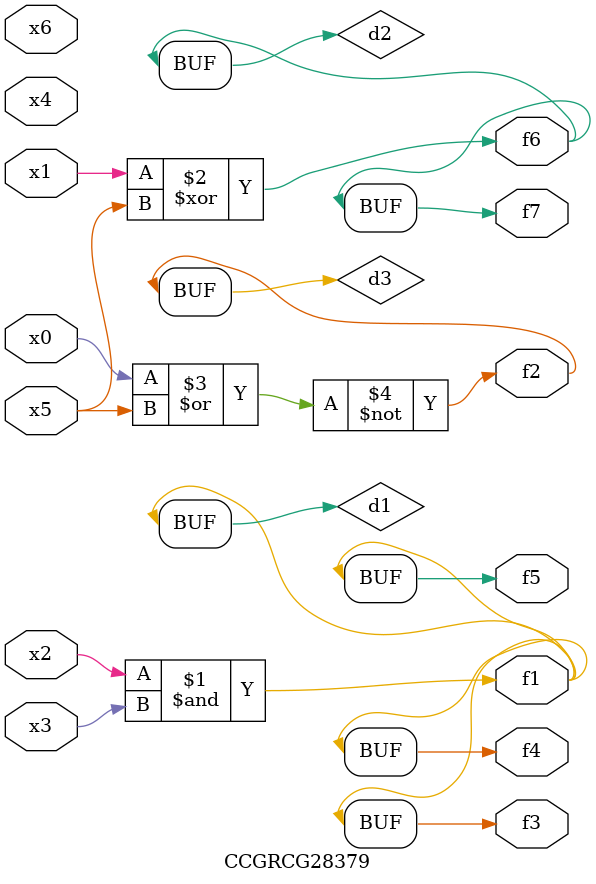
<source format=v>
module CCGRCG28379(
	input x0, x1, x2, x3, x4, x5, x6,
	output f1, f2, f3, f4, f5, f6, f7
);

	wire d1, d2, d3;

	and (d1, x2, x3);
	xor (d2, x1, x5);
	nor (d3, x0, x5);
	assign f1 = d1;
	assign f2 = d3;
	assign f3 = d1;
	assign f4 = d1;
	assign f5 = d1;
	assign f6 = d2;
	assign f7 = d2;
endmodule

</source>
